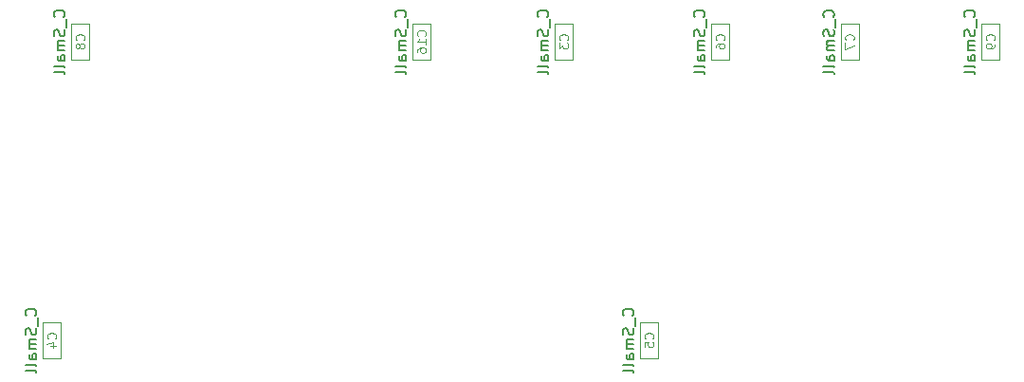
<source format=gbr>
%TF.GenerationSoftware,KiCad,Pcbnew,7.0.10*%
%TF.CreationDate,2024-03-07T11:58:07+00:00*%
%TF.ProjectId,v0a,7630612e-6b69-4636-9164-5f7063625858,rev?*%
%TF.SameCoordinates,Original*%
%TF.FileFunction,AssemblyDrawing,Bot*%
%FSLAX46Y46*%
G04 Gerber Fmt 4.6, Leading zero omitted, Abs format (unit mm)*
G04 Created by KiCad (PCBNEW 7.0.10) date 2024-03-07 11:58:07*
%MOMM*%
%LPD*%
G01*
G04 APERTURE LIST*
%ADD10C,0.150000*%
%ADD11C,0.120000*%
%ADD12C,0.100000*%
G04 APERTURE END LIST*
D10*
X32799580Y-36202023D02*
X32847200Y-36154404D01*
X32847200Y-36154404D02*
X32894819Y-36011547D01*
X32894819Y-36011547D02*
X32894819Y-35916309D01*
X32894819Y-35916309D02*
X32847200Y-35773452D01*
X32847200Y-35773452D02*
X32751961Y-35678214D01*
X32751961Y-35678214D02*
X32656723Y-35630595D01*
X32656723Y-35630595D02*
X32466247Y-35582976D01*
X32466247Y-35582976D02*
X32323390Y-35582976D01*
X32323390Y-35582976D02*
X32132914Y-35630595D01*
X32132914Y-35630595D02*
X32037676Y-35678214D01*
X32037676Y-35678214D02*
X31942438Y-35773452D01*
X31942438Y-35773452D02*
X31894819Y-35916309D01*
X31894819Y-35916309D02*
X31894819Y-36011547D01*
X31894819Y-36011547D02*
X31942438Y-36154404D01*
X31942438Y-36154404D02*
X31990057Y-36202023D01*
X32990057Y-36392500D02*
X32990057Y-37154404D01*
X32847200Y-37344881D02*
X32894819Y-37487738D01*
X32894819Y-37487738D02*
X32894819Y-37725833D01*
X32894819Y-37725833D02*
X32847200Y-37821071D01*
X32847200Y-37821071D02*
X32799580Y-37868690D01*
X32799580Y-37868690D02*
X32704342Y-37916309D01*
X32704342Y-37916309D02*
X32609104Y-37916309D01*
X32609104Y-37916309D02*
X32513866Y-37868690D01*
X32513866Y-37868690D02*
X32466247Y-37821071D01*
X32466247Y-37821071D02*
X32418628Y-37725833D01*
X32418628Y-37725833D02*
X32371009Y-37535357D01*
X32371009Y-37535357D02*
X32323390Y-37440119D01*
X32323390Y-37440119D02*
X32275771Y-37392500D01*
X32275771Y-37392500D02*
X32180533Y-37344881D01*
X32180533Y-37344881D02*
X32085295Y-37344881D01*
X32085295Y-37344881D02*
X31990057Y-37392500D01*
X31990057Y-37392500D02*
X31942438Y-37440119D01*
X31942438Y-37440119D02*
X31894819Y-37535357D01*
X31894819Y-37535357D02*
X31894819Y-37773452D01*
X31894819Y-37773452D02*
X31942438Y-37916309D01*
X32894819Y-38344881D02*
X32228152Y-38344881D01*
X32323390Y-38344881D02*
X32275771Y-38392500D01*
X32275771Y-38392500D02*
X32228152Y-38487738D01*
X32228152Y-38487738D02*
X32228152Y-38630595D01*
X32228152Y-38630595D02*
X32275771Y-38725833D01*
X32275771Y-38725833D02*
X32371009Y-38773452D01*
X32371009Y-38773452D02*
X32894819Y-38773452D01*
X32371009Y-38773452D02*
X32275771Y-38821071D01*
X32275771Y-38821071D02*
X32228152Y-38916309D01*
X32228152Y-38916309D02*
X32228152Y-39059166D01*
X32228152Y-39059166D02*
X32275771Y-39154405D01*
X32275771Y-39154405D02*
X32371009Y-39202024D01*
X32371009Y-39202024D02*
X32894819Y-39202024D01*
X32894819Y-40106785D02*
X32371009Y-40106785D01*
X32371009Y-40106785D02*
X32275771Y-40059166D01*
X32275771Y-40059166D02*
X32228152Y-39963928D01*
X32228152Y-39963928D02*
X32228152Y-39773452D01*
X32228152Y-39773452D02*
X32275771Y-39678214D01*
X32847200Y-40106785D02*
X32894819Y-40011547D01*
X32894819Y-40011547D02*
X32894819Y-39773452D01*
X32894819Y-39773452D02*
X32847200Y-39678214D01*
X32847200Y-39678214D02*
X32751961Y-39630595D01*
X32751961Y-39630595D02*
X32656723Y-39630595D01*
X32656723Y-39630595D02*
X32561485Y-39678214D01*
X32561485Y-39678214D02*
X32513866Y-39773452D01*
X32513866Y-39773452D02*
X32513866Y-40011547D01*
X32513866Y-40011547D02*
X32466247Y-40106785D01*
X32894819Y-40725833D02*
X32847200Y-40630595D01*
X32847200Y-40630595D02*
X32751961Y-40582976D01*
X32751961Y-40582976D02*
X31894819Y-40582976D01*
X32894819Y-41249643D02*
X32847200Y-41154405D01*
X32847200Y-41154405D02*
X32751961Y-41106786D01*
X32751961Y-41106786D02*
X31894819Y-41106786D01*
D11*
X34577664Y-38259167D02*
X34615760Y-38221071D01*
X34615760Y-38221071D02*
X34653855Y-38106786D01*
X34653855Y-38106786D02*
X34653855Y-38030595D01*
X34653855Y-38030595D02*
X34615760Y-37916309D01*
X34615760Y-37916309D02*
X34539569Y-37840119D01*
X34539569Y-37840119D02*
X34463379Y-37802024D01*
X34463379Y-37802024D02*
X34310998Y-37763928D01*
X34310998Y-37763928D02*
X34196712Y-37763928D01*
X34196712Y-37763928D02*
X34044331Y-37802024D01*
X34044331Y-37802024D02*
X33968140Y-37840119D01*
X33968140Y-37840119D02*
X33891950Y-37916309D01*
X33891950Y-37916309D02*
X33853855Y-38030595D01*
X33853855Y-38030595D02*
X33853855Y-38106786D01*
X33853855Y-38106786D02*
X33891950Y-38221071D01*
X33891950Y-38221071D02*
X33930045Y-38259167D01*
X34196712Y-38716309D02*
X34158617Y-38640119D01*
X34158617Y-38640119D02*
X34120521Y-38602024D01*
X34120521Y-38602024D02*
X34044331Y-38563928D01*
X34044331Y-38563928D02*
X34006236Y-38563928D01*
X34006236Y-38563928D02*
X33930045Y-38602024D01*
X33930045Y-38602024D02*
X33891950Y-38640119D01*
X33891950Y-38640119D02*
X33853855Y-38716309D01*
X33853855Y-38716309D02*
X33853855Y-38868690D01*
X33853855Y-38868690D02*
X33891950Y-38944881D01*
X33891950Y-38944881D02*
X33930045Y-38982976D01*
X33930045Y-38982976D02*
X34006236Y-39021071D01*
X34006236Y-39021071D02*
X34044331Y-39021071D01*
X34044331Y-39021071D02*
X34120521Y-38982976D01*
X34120521Y-38982976D02*
X34158617Y-38944881D01*
X34158617Y-38944881D02*
X34196712Y-38868690D01*
X34196712Y-38868690D02*
X34196712Y-38716309D01*
X34196712Y-38716309D02*
X34234807Y-38640119D01*
X34234807Y-38640119D02*
X34272902Y-38602024D01*
X34272902Y-38602024D02*
X34349093Y-38563928D01*
X34349093Y-38563928D02*
X34501474Y-38563928D01*
X34501474Y-38563928D02*
X34577664Y-38602024D01*
X34577664Y-38602024D02*
X34615760Y-38640119D01*
X34615760Y-38640119D02*
X34653855Y-38716309D01*
X34653855Y-38716309D02*
X34653855Y-38868690D01*
X34653855Y-38868690D02*
X34615760Y-38944881D01*
X34615760Y-38944881D02*
X34577664Y-38982976D01*
X34577664Y-38982976D02*
X34501474Y-39021071D01*
X34501474Y-39021071D02*
X34349093Y-39021071D01*
X34349093Y-39021071D02*
X34272902Y-38982976D01*
X34272902Y-38982976D02*
X34234807Y-38944881D01*
X34234807Y-38944881D02*
X34196712Y-38868690D01*
D10*
X75979580Y-36202023D02*
X76027200Y-36154404D01*
X76027200Y-36154404D02*
X76074819Y-36011547D01*
X76074819Y-36011547D02*
X76074819Y-35916309D01*
X76074819Y-35916309D02*
X76027200Y-35773452D01*
X76027200Y-35773452D02*
X75931961Y-35678214D01*
X75931961Y-35678214D02*
X75836723Y-35630595D01*
X75836723Y-35630595D02*
X75646247Y-35582976D01*
X75646247Y-35582976D02*
X75503390Y-35582976D01*
X75503390Y-35582976D02*
X75312914Y-35630595D01*
X75312914Y-35630595D02*
X75217676Y-35678214D01*
X75217676Y-35678214D02*
X75122438Y-35773452D01*
X75122438Y-35773452D02*
X75074819Y-35916309D01*
X75074819Y-35916309D02*
X75074819Y-36011547D01*
X75074819Y-36011547D02*
X75122438Y-36154404D01*
X75122438Y-36154404D02*
X75170057Y-36202023D01*
X76170057Y-36392500D02*
X76170057Y-37154404D01*
X76027200Y-37344881D02*
X76074819Y-37487738D01*
X76074819Y-37487738D02*
X76074819Y-37725833D01*
X76074819Y-37725833D02*
X76027200Y-37821071D01*
X76027200Y-37821071D02*
X75979580Y-37868690D01*
X75979580Y-37868690D02*
X75884342Y-37916309D01*
X75884342Y-37916309D02*
X75789104Y-37916309D01*
X75789104Y-37916309D02*
X75693866Y-37868690D01*
X75693866Y-37868690D02*
X75646247Y-37821071D01*
X75646247Y-37821071D02*
X75598628Y-37725833D01*
X75598628Y-37725833D02*
X75551009Y-37535357D01*
X75551009Y-37535357D02*
X75503390Y-37440119D01*
X75503390Y-37440119D02*
X75455771Y-37392500D01*
X75455771Y-37392500D02*
X75360533Y-37344881D01*
X75360533Y-37344881D02*
X75265295Y-37344881D01*
X75265295Y-37344881D02*
X75170057Y-37392500D01*
X75170057Y-37392500D02*
X75122438Y-37440119D01*
X75122438Y-37440119D02*
X75074819Y-37535357D01*
X75074819Y-37535357D02*
X75074819Y-37773452D01*
X75074819Y-37773452D02*
X75122438Y-37916309D01*
X76074819Y-38344881D02*
X75408152Y-38344881D01*
X75503390Y-38344881D02*
X75455771Y-38392500D01*
X75455771Y-38392500D02*
X75408152Y-38487738D01*
X75408152Y-38487738D02*
X75408152Y-38630595D01*
X75408152Y-38630595D02*
X75455771Y-38725833D01*
X75455771Y-38725833D02*
X75551009Y-38773452D01*
X75551009Y-38773452D02*
X76074819Y-38773452D01*
X75551009Y-38773452D02*
X75455771Y-38821071D01*
X75455771Y-38821071D02*
X75408152Y-38916309D01*
X75408152Y-38916309D02*
X75408152Y-39059166D01*
X75408152Y-39059166D02*
X75455771Y-39154405D01*
X75455771Y-39154405D02*
X75551009Y-39202024D01*
X75551009Y-39202024D02*
X76074819Y-39202024D01*
X76074819Y-40106785D02*
X75551009Y-40106785D01*
X75551009Y-40106785D02*
X75455771Y-40059166D01*
X75455771Y-40059166D02*
X75408152Y-39963928D01*
X75408152Y-39963928D02*
X75408152Y-39773452D01*
X75408152Y-39773452D02*
X75455771Y-39678214D01*
X76027200Y-40106785D02*
X76074819Y-40011547D01*
X76074819Y-40011547D02*
X76074819Y-39773452D01*
X76074819Y-39773452D02*
X76027200Y-39678214D01*
X76027200Y-39678214D02*
X75931961Y-39630595D01*
X75931961Y-39630595D02*
X75836723Y-39630595D01*
X75836723Y-39630595D02*
X75741485Y-39678214D01*
X75741485Y-39678214D02*
X75693866Y-39773452D01*
X75693866Y-39773452D02*
X75693866Y-40011547D01*
X75693866Y-40011547D02*
X75646247Y-40106785D01*
X76074819Y-40725833D02*
X76027200Y-40630595D01*
X76027200Y-40630595D02*
X75931961Y-40582976D01*
X75931961Y-40582976D02*
X75074819Y-40582976D01*
X76074819Y-41249643D02*
X76027200Y-41154405D01*
X76027200Y-41154405D02*
X75931961Y-41106786D01*
X75931961Y-41106786D02*
X75074819Y-41106786D01*
D11*
X77757664Y-38259167D02*
X77795760Y-38221071D01*
X77795760Y-38221071D02*
X77833855Y-38106786D01*
X77833855Y-38106786D02*
X77833855Y-38030595D01*
X77833855Y-38030595D02*
X77795760Y-37916309D01*
X77795760Y-37916309D02*
X77719569Y-37840119D01*
X77719569Y-37840119D02*
X77643379Y-37802024D01*
X77643379Y-37802024D02*
X77490998Y-37763928D01*
X77490998Y-37763928D02*
X77376712Y-37763928D01*
X77376712Y-37763928D02*
X77224331Y-37802024D01*
X77224331Y-37802024D02*
X77148140Y-37840119D01*
X77148140Y-37840119D02*
X77071950Y-37916309D01*
X77071950Y-37916309D02*
X77033855Y-38030595D01*
X77033855Y-38030595D02*
X77033855Y-38106786D01*
X77033855Y-38106786D02*
X77071950Y-38221071D01*
X77071950Y-38221071D02*
X77110045Y-38259167D01*
X77033855Y-38525833D02*
X77033855Y-39021071D01*
X77033855Y-39021071D02*
X77338617Y-38754405D01*
X77338617Y-38754405D02*
X77338617Y-38868690D01*
X77338617Y-38868690D02*
X77376712Y-38944881D01*
X77376712Y-38944881D02*
X77414807Y-38982976D01*
X77414807Y-38982976D02*
X77490998Y-39021071D01*
X77490998Y-39021071D02*
X77681474Y-39021071D01*
X77681474Y-39021071D02*
X77757664Y-38982976D01*
X77757664Y-38982976D02*
X77795760Y-38944881D01*
X77795760Y-38944881D02*
X77833855Y-38868690D01*
X77833855Y-38868690D02*
X77833855Y-38640119D01*
X77833855Y-38640119D02*
X77795760Y-38563928D01*
X77795760Y-38563928D02*
X77757664Y-38525833D01*
D10*
X63279580Y-36202023D02*
X63327200Y-36154404D01*
X63327200Y-36154404D02*
X63374819Y-36011547D01*
X63374819Y-36011547D02*
X63374819Y-35916309D01*
X63374819Y-35916309D02*
X63327200Y-35773452D01*
X63327200Y-35773452D02*
X63231961Y-35678214D01*
X63231961Y-35678214D02*
X63136723Y-35630595D01*
X63136723Y-35630595D02*
X62946247Y-35582976D01*
X62946247Y-35582976D02*
X62803390Y-35582976D01*
X62803390Y-35582976D02*
X62612914Y-35630595D01*
X62612914Y-35630595D02*
X62517676Y-35678214D01*
X62517676Y-35678214D02*
X62422438Y-35773452D01*
X62422438Y-35773452D02*
X62374819Y-35916309D01*
X62374819Y-35916309D02*
X62374819Y-36011547D01*
X62374819Y-36011547D02*
X62422438Y-36154404D01*
X62422438Y-36154404D02*
X62470057Y-36202023D01*
X63470057Y-36392500D02*
X63470057Y-37154404D01*
X63327200Y-37344881D02*
X63374819Y-37487738D01*
X63374819Y-37487738D02*
X63374819Y-37725833D01*
X63374819Y-37725833D02*
X63327200Y-37821071D01*
X63327200Y-37821071D02*
X63279580Y-37868690D01*
X63279580Y-37868690D02*
X63184342Y-37916309D01*
X63184342Y-37916309D02*
X63089104Y-37916309D01*
X63089104Y-37916309D02*
X62993866Y-37868690D01*
X62993866Y-37868690D02*
X62946247Y-37821071D01*
X62946247Y-37821071D02*
X62898628Y-37725833D01*
X62898628Y-37725833D02*
X62851009Y-37535357D01*
X62851009Y-37535357D02*
X62803390Y-37440119D01*
X62803390Y-37440119D02*
X62755771Y-37392500D01*
X62755771Y-37392500D02*
X62660533Y-37344881D01*
X62660533Y-37344881D02*
X62565295Y-37344881D01*
X62565295Y-37344881D02*
X62470057Y-37392500D01*
X62470057Y-37392500D02*
X62422438Y-37440119D01*
X62422438Y-37440119D02*
X62374819Y-37535357D01*
X62374819Y-37535357D02*
X62374819Y-37773452D01*
X62374819Y-37773452D02*
X62422438Y-37916309D01*
X63374819Y-38344881D02*
X62708152Y-38344881D01*
X62803390Y-38344881D02*
X62755771Y-38392500D01*
X62755771Y-38392500D02*
X62708152Y-38487738D01*
X62708152Y-38487738D02*
X62708152Y-38630595D01*
X62708152Y-38630595D02*
X62755771Y-38725833D01*
X62755771Y-38725833D02*
X62851009Y-38773452D01*
X62851009Y-38773452D02*
X63374819Y-38773452D01*
X62851009Y-38773452D02*
X62755771Y-38821071D01*
X62755771Y-38821071D02*
X62708152Y-38916309D01*
X62708152Y-38916309D02*
X62708152Y-39059166D01*
X62708152Y-39059166D02*
X62755771Y-39154405D01*
X62755771Y-39154405D02*
X62851009Y-39202024D01*
X62851009Y-39202024D02*
X63374819Y-39202024D01*
X63374819Y-40106785D02*
X62851009Y-40106785D01*
X62851009Y-40106785D02*
X62755771Y-40059166D01*
X62755771Y-40059166D02*
X62708152Y-39963928D01*
X62708152Y-39963928D02*
X62708152Y-39773452D01*
X62708152Y-39773452D02*
X62755771Y-39678214D01*
X63327200Y-40106785D02*
X63374819Y-40011547D01*
X63374819Y-40011547D02*
X63374819Y-39773452D01*
X63374819Y-39773452D02*
X63327200Y-39678214D01*
X63327200Y-39678214D02*
X63231961Y-39630595D01*
X63231961Y-39630595D02*
X63136723Y-39630595D01*
X63136723Y-39630595D02*
X63041485Y-39678214D01*
X63041485Y-39678214D02*
X62993866Y-39773452D01*
X62993866Y-39773452D02*
X62993866Y-40011547D01*
X62993866Y-40011547D02*
X62946247Y-40106785D01*
X63374819Y-40725833D02*
X63327200Y-40630595D01*
X63327200Y-40630595D02*
X63231961Y-40582976D01*
X63231961Y-40582976D02*
X62374819Y-40582976D01*
X63374819Y-41249643D02*
X63327200Y-41154405D01*
X63327200Y-41154405D02*
X63231961Y-41106786D01*
X63231961Y-41106786D02*
X62374819Y-41106786D01*
D11*
X65057664Y-37878214D02*
X65095760Y-37840118D01*
X65095760Y-37840118D02*
X65133855Y-37725833D01*
X65133855Y-37725833D02*
X65133855Y-37649642D01*
X65133855Y-37649642D02*
X65095760Y-37535356D01*
X65095760Y-37535356D02*
X65019569Y-37459166D01*
X65019569Y-37459166D02*
X64943379Y-37421071D01*
X64943379Y-37421071D02*
X64790998Y-37382975D01*
X64790998Y-37382975D02*
X64676712Y-37382975D01*
X64676712Y-37382975D02*
X64524331Y-37421071D01*
X64524331Y-37421071D02*
X64448140Y-37459166D01*
X64448140Y-37459166D02*
X64371950Y-37535356D01*
X64371950Y-37535356D02*
X64333855Y-37649642D01*
X64333855Y-37649642D02*
X64333855Y-37725833D01*
X64333855Y-37725833D02*
X64371950Y-37840118D01*
X64371950Y-37840118D02*
X64410045Y-37878214D01*
X65133855Y-38640118D02*
X65133855Y-38182975D01*
X65133855Y-38411547D02*
X64333855Y-38411547D01*
X64333855Y-38411547D02*
X64448140Y-38335356D01*
X64448140Y-38335356D02*
X64524331Y-38259166D01*
X64524331Y-38259166D02*
X64562426Y-38182975D01*
X64333855Y-39325833D02*
X64333855Y-39173452D01*
X64333855Y-39173452D02*
X64371950Y-39097261D01*
X64371950Y-39097261D02*
X64410045Y-39059166D01*
X64410045Y-39059166D02*
X64524331Y-38982976D01*
X64524331Y-38982976D02*
X64676712Y-38944880D01*
X64676712Y-38944880D02*
X64981474Y-38944880D01*
X64981474Y-38944880D02*
X65057664Y-38982976D01*
X65057664Y-38982976D02*
X65095760Y-39021071D01*
X65095760Y-39021071D02*
X65133855Y-39097261D01*
X65133855Y-39097261D02*
X65133855Y-39249642D01*
X65133855Y-39249642D02*
X65095760Y-39325833D01*
X65095760Y-39325833D02*
X65057664Y-39363928D01*
X65057664Y-39363928D02*
X64981474Y-39402023D01*
X64981474Y-39402023D02*
X64790998Y-39402023D01*
X64790998Y-39402023D02*
X64714807Y-39363928D01*
X64714807Y-39363928D02*
X64676712Y-39325833D01*
X64676712Y-39325833D02*
X64638617Y-39249642D01*
X64638617Y-39249642D02*
X64638617Y-39097261D01*
X64638617Y-39097261D02*
X64676712Y-39021071D01*
X64676712Y-39021071D02*
X64714807Y-38982976D01*
X64714807Y-38982976D02*
X64790998Y-38944880D01*
D10*
X114079580Y-36202023D02*
X114127200Y-36154404D01*
X114127200Y-36154404D02*
X114174819Y-36011547D01*
X114174819Y-36011547D02*
X114174819Y-35916309D01*
X114174819Y-35916309D02*
X114127200Y-35773452D01*
X114127200Y-35773452D02*
X114031961Y-35678214D01*
X114031961Y-35678214D02*
X113936723Y-35630595D01*
X113936723Y-35630595D02*
X113746247Y-35582976D01*
X113746247Y-35582976D02*
X113603390Y-35582976D01*
X113603390Y-35582976D02*
X113412914Y-35630595D01*
X113412914Y-35630595D02*
X113317676Y-35678214D01*
X113317676Y-35678214D02*
X113222438Y-35773452D01*
X113222438Y-35773452D02*
X113174819Y-35916309D01*
X113174819Y-35916309D02*
X113174819Y-36011547D01*
X113174819Y-36011547D02*
X113222438Y-36154404D01*
X113222438Y-36154404D02*
X113270057Y-36202023D01*
X114270057Y-36392500D02*
X114270057Y-37154404D01*
X114127200Y-37344881D02*
X114174819Y-37487738D01*
X114174819Y-37487738D02*
X114174819Y-37725833D01*
X114174819Y-37725833D02*
X114127200Y-37821071D01*
X114127200Y-37821071D02*
X114079580Y-37868690D01*
X114079580Y-37868690D02*
X113984342Y-37916309D01*
X113984342Y-37916309D02*
X113889104Y-37916309D01*
X113889104Y-37916309D02*
X113793866Y-37868690D01*
X113793866Y-37868690D02*
X113746247Y-37821071D01*
X113746247Y-37821071D02*
X113698628Y-37725833D01*
X113698628Y-37725833D02*
X113651009Y-37535357D01*
X113651009Y-37535357D02*
X113603390Y-37440119D01*
X113603390Y-37440119D02*
X113555771Y-37392500D01*
X113555771Y-37392500D02*
X113460533Y-37344881D01*
X113460533Y-37344881D02*
X113365295Y-37344881D01*
X113365295Y-37344881D02*
X113270057Y-37392500D01*
X113270057Y-37392500D02*
X113222438Y-37440119D01*
X113222438Y-37440119D02*
X113174819Y-37535357D01*
X113174819Y-37535357D02*
X113174819Y-37773452D01*
X113174819Y-37773452D02*
X113222438Y-37916309D01*
X114174819Y-38344881D02*
X113508152Y-38344881D01*
X113603390Y-38344881D02*
X113555771Y-38392500D01*
X113555771Y-38392500D02*
X113508152Y-38487738D01*
X113508152Y-38487738D02*
X113508152Y-38630595D01*
X113508152Y-38630595D02*
X113555771Y-38725833D01*
X113555771Y-38725833D02*
X113651009Y-38773452D01*
X113651009Y-38773452D02*
X114174819Y-38773452D01*
X113651009Y-38773452D02*
X113555771Y-38821071D01*
X113555771Y-38821071D02*
X113508152Y-38916309D01*
X113508152Y-38916309D02*
X113508152Y-39059166D01*
X113508152Y-39059166D02*
X113555771Y-39154405D01*
X113555771Y-39154405D02*
X113651009Y-39202024D01*
X113651009Y-39202024D02*
X114174819Y-39202024D01*
X114174819Y-40106785D02*
X113651009Y-40106785D01*
X113651009Y-40106785D02*
X113555771Y-40059166D01*
X113555771Y-40059166D02*
X113508152Y-39963928D01*
X113508152Y-39963928D02*
X113508152Y-39773452D01*
X113508152Y-39773452D02*
X113555771Y-39678214D01*
X114127200Y-40106785D02*
X114174819Y-40011547D01*
X114174819Y-40011547D02*
X114174819Y-39773452D01*
X114174819Y-39773452D02*
X114127200Y-39678214D01*
X114127200Y-39678214D02*
X114031961Y-39630595D01*
X114031961Y-39630595D02*
X113936723Y-39630595D01*
X113936723Y-39630595D02*
X113841485Y-39678214D01*
X113841485Y-39678214D02*
X113793866Y-39773452D01*
X113793866Y-39773452D02*
X113793866Y-40011547D01*
X113793866Y-40011547D02*
X113746247Y-40106785D01*
X114174819Y-40725833D02*
X114127200Y-40630595D01*
X114127200Y-40630595D02*
X114031961Y-40582976D01*
X114031961Y-40582976D02*
X113174819Y-40582976D01*
X114174819Y-41249643D02*
X114127200Y-41154405D01*
X114127200Y-41154405D02*
X114031961Y-41106786D01*
X114031961Y-41106786D02*
X113174819Y-41106786D01*
D11*
X115857664Y-38259167D02*
X115895760Y-38221071D01*
X115895760Y-38221071D02*
X115933855Y-38106786D01*
X115933855Y-38106786D02*
X115933855Y-38030595D01*
X115933855Y-38030595D02*
X115895760Y-37916309D01*
X115895760Y-37916309D02*
X115819569Y-37840119D01*
X115819569Y-37840119D02*
X115743379Y-37802024D01*
X115743379Y-37802024D02*
X115590998Y-37763928D01*
X115590998Y-37763928D02*
X115476712Y-37763928D01*
X115476712Y-37763928D02*
X115324331Y-37802024D01*
X115324331Y-37802024D02*
X115248140Y-37840119D01*
X115248140Y-37840119D02*
X115171950Y-37916309D01*
X115171950Y-37916309D02*
X115133855Y-38030595D01*
X115133855Y-38030595D02*
X115133855Y-38106786D01*
X115133855Y-38106786D02*
X115171950Y-38221071D01*
X115171950Y-38221071D02*
X115210045Y-38259167D01*
X115933855Y-38640119D02*
X115933855Y-38792500D01*
X115933855Y-38792500D02*
X115895760Y-38868690D01*
X115895760Y-38868690D02*
X115857664Y-38906786D01*
X115857664Y-38906786D02*
X115743379Y-38982976D01*
X115743379Y-38982976D02*
X115590998Y-39021071D01*
X115590998Y-39021071D02*
X115286236Y-39021071D01*
X115286236Y-39021071D02*
X115210045Y-38982976D01*
X115210045Y-38982976D02*
X115171950Y-38944881D01*
X115171950Y-38944881D02*
X115133855Y-38868690D01*
X115133855Y-38868690D02*
X115133855Y-38716309D01*
X115133855Y-38716309D02*
X115171950Y-38640119D01*
X115171950Y-38640119D02*
X115210045Y-38602024D01*
X115210045Y-38602024D02*
X115286236Y-38563928D01*
X115286236Y-38563928D02*
X115476712Y-38563928D01*
X115476712Y-38563928D02*
X115552902Y-38602024D01*
X115552902Y-38602024D02*
X115590998Y-38640119D01*
X115590998Y-38640119D02*
X115629093Y-38716309D01*
X115629093Y-38716309D02*
X115629093Y-38868690D01*
X115629093Y-38868690D02*
X115590998Y-38944881D01*
X115590998Y-38944881D02*
X115552902Y-38982976D01*
X115552902Y-38982976D02*
X115476712Y-39021071D01*
D10*
X89949580Y-36202023D02*
X89997200Y-36154404D01*
X89997200Y-36154404D02*
X90044819Y-36011547D01*
X90044819Y-36011547D02*
X90044819Y-35916309D01*
X90044819Y-35916309D02*
X89997200Y-35773452D01*
X89997200Y-35773452D02*
X89901961Y-35678214D01*
X89901961Y-35678214D02*
X89806723Y-35630595D01*
X89806723Y-35630595D02*
X89616247Y-35582976D01*
X89616247Y-35582976D02*
X89473390Y-35582976D01*
X89473390Y-35582976D02*
X89282914Y-35630595D01*
X89282914Y-35630595D02*
X89187676Y-35678214D01*
X89187676Y-35678214D02*
X89092438Y-35773452D01*
X89092438Y-35773452D02*
X89044819Y-35916309D01*
X89044819Y-35916309D02*
X89044819Y-36011547D01*
X89044819Y-36011547D02*
X89092438Y-36154404D01*
X89092438Y-36154404D02*
X89140057Y-36202023D01*
X90140057Y-36392500D02*
X90140057Y-37154404D01*
X89997200Y-37344881D02*
X90044819Y-37487738D01*
X90044819Y-37487738D02*
X90044819Y-37725833D01*
X90044819Y-37725833D02*
X89997200Y-37821071D01*
X89997200Y-37821071D02*
X89949580Y-37868690D01*
X89949580Y-37868690D02*
X89854342Y-37916309D01*
X89854342Y-37916309D02*
X89759104Y-37916309D01*
X89759104Y-37916309D02*
X89663866Y-37868690D01*
X89663866Y-37868690D02*
X89616247Y-37821071D01*
X89616247Y-37821071D02*
X89568628Y-37725833D01*
X89568628Y-37725833D02*
X89521009Y-37535357D01*
X89521009Y-37535357D02*
X89473390Y-37440119D01*
X89473390Y-37440119D02*
X89425771Y-37392500D01*
X89425771Y-37392500D02*
X89330533Y-37344881D01*
X89330533Y-37344881D02*
X89235295Y-37344881D01*
X89235295Y-37344881D02*
X89140057Y-37392500D01*
X89140057Y-37392500D02*
X89092438Y-37440119D01*
X89092438Y-37440119D02*
X89044819Y-37535357D01*
X89044819Y-37535357D02*
X89044819Y-37773452D01*
X89044819Y-37773452D02*
X89092438Y-37916309D01*
X90044819Y-38344881D02*
X89378152Y-38344881D01*
X89473390Y-38344881D02*
X89425771Y-38392500D01*
X89425771Y-38392500D02*
X89378152Y-38487738D01*
X89378152Y-38487738D02*
X89378152Y-38630595D01*
X89378152Y-38630595D02*
X89425771Y-38725833D01*
X89425771Y-38725833D02*
X89521009Y-38773452D01*
X89521009Y-38773452D02*
X90044819Y-38773452D01*
X89521009Y-38773452D02*
X89425771Y-38821071D01*
X89425771Y-38821071D02*
X89378152Y-38916309D01*
X89378152Y-38916309D02*
X89378152Y-39059166D01*
X89378152Y-39059166D02*
X89425771Y-39154405D01*
X89425771Y-39154405D02*
X89521009Y-39202024D01*
X89521009Y-39202024D02*
X90044819Y-39202024D01*
X90044819Y-40106785D02*
X89521009Y-40106785D01*
X89521009Y-40106785D02*
X89425771Y-40059166D01*
X89425771Y-40059166D02*
X89378152Y-39963928D01*
X89378152Y-39963928D02*
X89378152Y-39773452D01*
X89378152Y-39773452D02*
X89425771Y-39678214D01*
X89997200Y-40106785D02*
X90044819Y-40011547D01*
X90044819Y-40011547D02*
X90044819Y-39773452D01*
X90044819Y-39773452D02*
X89997200Y-39678214D01*
X89997200Y-39678214D02*
X89901961Y-39630595D01*
X89901961Y-39630595D02*
X89806723Y-39630595D01*
X89806723Y-39630595D02*
X89711485Y-39678214D01*
X89711485Y-39678214D02*
X89663866Y-39773452D01*
X89663866Y-39773452D02*
X89663866Y-40011547D01*
X89663866Y-40011547D02*
X89616247Y-40106785D01*
X90044819Y-40725833D02*
X89997200Y-40630595D01*
X89997200Y-40630595D02*
X89901961Y-40582976D01*
X89901961Y-40582976D02*
X89044819Y-40582976D01*
X90044819Y-41249643D02*
X89997200Y-41154405D01*
X89997200Y-41154405D02*
X89901961Y-41106786D01*
X89901961Y-41106786D02*
X89044819Y-41106786D01*
D11*
X91727664Y-38259167D02*
X91765760Y-38221071D01*
X91765760Y-38221071D02*
X91803855Y-38106786D01*
X91803855Y-38106786D02*
X91803855Y-38030595D01*
X91803855Y-38030595D02*
X91765760Y-37916309D01*
X91765760Y-37916309D02*
X91689569Y-37840119D01*
X91689569Y-37840119D02*
X91613379Y-37802024D01*
X91613379Y-37802024D02*
X91460998Y-37763928D01*
X91460998Y-37763928D02*
X91346712Y-37763928D01*
X91346712Y-37763928D02*
X91194331Y-37802024D01*
X91194331Y-37802024D02*
X91118140Y-37840119D01*
X91118140Y-37840119D02*
X91041950Y-37916309D01*
X91041950Y-37916309D02*
X91003855Y-38030595D01*
X91003855Y-38030595D02*
X91003855Y-38106786D01*
X91003855Y-38106786D02*
X91041950Y-38221071D01*
X91041950Y-38221071D02*
X91080045Y-38259167D01*
X91003855Y-38944881D02*
X91003855Y-38792500D01*
X91003855Y-38792500D02*
X91041950Y-38716309D01*
X91041950Y-38716309D02*
X91080045Y-38678214D01*
X91080045Y-38678214D02*
X91194331Y-38602024D01*
X91194331Y-38602024D02*
X91346712Y-38563928D01*
X91346712Y-38563928D02*
X91651474Y-38563928D01*
X91651474Y-38563928D02*
X91727664Y-38602024D01*
X91727664Y-38602024D02*
X91765760Y-38640119D01*
X91765760Y-38640119D02*
X91803855Y-38716309D01*
X91803855Y-38716309D02*
X91803855Y-38868690D01*
X91803855Y-38868690D02*
X91765760Y-38944881D01*
X91765760Y-38944881D02*
X91727664Y-38982976D01*
X91727664Y-38982976D02*
X91651474Y-39021071D01*
X91651474Y-39021071D02*
X91460998Y-39021071D01*
X91460998Y-39021071D02*
X91384807Y-38982976D01*
X91384807Y-38982976D02*
X91346712Y-38944881D01*
X91346712Y-38944881D02*
X91308617Y-38868690D01*
X91308617Y-38868690D02*
X91308617Y-38716309D01*
X91308617Y-38716309D02*
X91346712Y-38640119D01*
X91346712Y-38640119D02*
X91384807Y-38602024D01*
X91384807Y-38602024D02*
X91460998Y-38563928D01*
D10*
X83599580Y-62872023D02*
X83647200Y-62824404D01*
X83647200Y-62824404D02*
X83694819Y-62681547D01*
X83694819Y-62681547D02*
X83694819Y-62586309D01*
X83694819Y-62586309D02*
X83647200Y-62443452D01*
X83647200Y-62443452D02*
X83551961Y-62348214D01*
X83551961Y-62348214D02*
X83456723Y-62300595D01*
X83456723Y-62300595D02*
X83266247Y-62252976D01*
X83266247Y-62252976D02*
X83123390Y-62252976D01*
X83123390Y-62252976D02*
X82932914Y-62300595D01*
X82932914Y-62300595D02*
X82837676Y-62348214D01*
X82837676Y-62348214D02*
X82742438Y-62443452D01*
X82742438Y-62443452D02*
X82694819Y-62586309D01*
X82694819Y-62586309D02*
X82694819Y-62681547D01*
X82694819Y-62681547D02*
X82742438Y-62824404D01*
X82742438Y-62824404D02*
X82790057Y-62872023D01*
X83790057Y-63062500D02*
X83790057Y-63824404D01*
X83647200Y-64014881D02*
X83694819Y-64157738D01*
X83694819Y-64157738D02*
X83694819Y-64395833D01*
X83694819Y-64395833D02*
X83647200Y-64491071D01*
X83647200Y-64491071D02*
X83599580Y-64538690D01*
X83599580Y-64538690D02*
X83504342Y-64586309D01*
X83504342Y-64586309D02*
X83409104Y-64586309D01*
X83409104Y-64586309D02*
X83313866Y-64538690D01*
X83313866Y-64538690D02*
X83266247Y-64491071D01*
X83266247Y-64491071D02*
X83218628Y-64395833D01*
X83218628Y-64395833D02*
X83171009Y-64205357D01*
X83171009Y-64205357D02*
X83123390Y-64110119D01*
X83123390Y-64110119D02*
X83075771Y-64062500D01*
X83075771Y-64062500D02*
X82980533Y-64014881D01*
X82980533Y-64014881D02*
X82885295Y-64014881D01*
X82885295Y-64014881D02*
X82790057Y-64062500D01*
X82790057Y-64062500D02*
X82742438Y-64110119D01*
X82742438Y-64110119D02*
X82694819Y-64205357D01*
X82694819Y-64205357D02*
X82694819Y-64443452D01*
X82694819Y-64443452D02*
X82742438Y-64586309D01*
X83694819Y-65014881D02*
X83028152Y-65014881D01*
X83123390Y-65014881D02*
X83075771Y-65062500D01*
X83075771Y-65062500D02*
X83028152Y-65157738D01*
X83028152Y-65157738D02*
X83028152Y-65300595D01*
X83028152Y-65300595D02*
X83075771Y-65395833D01*
X83075771Y-65395833D02*
X83171009Y-65443452D01*
X83171009Y-65443452D02*
X83694819Y-65443452D01*
X83171009Y-65443452D02*
X83075771Y-65491071D01*
X83075771Y-65491071D02*
X83028152Y-65586309D01*
X83028152Y-65586309D02*
X83028152Y-65729166D01*
X83028152Y-65729166D02*
X83075771Y-65824405D01*
X83075771Y-65824405D02*
X83171009Y-65872024D01*
X83171009Y-65872024D02*
X83694819Y-65872024D01*
X83694819Y-66776785D02*
X83171009Y-66776785D01*
X83171009Y-66776785D02*
X83075771Y-66729166D01*
X83075771Y-66729166D02*
X83028152Y-66633928D01*
X83028152Y-66633928D02*
X83028152Y-66443452D01*
X83028152Y-66443452D02*
X83075771Y-66348214D01*
X83647200Y-66776785D02*
X83694819Y-66681547D01*
X83694819Y-66681547D02*
X83694819Y-66443452D01*
X83694819Y-66443452D02*
X83647200Y-66348214D01*
X83647200Y-66348214D02*
X83551961Y-66300595D01*
X83551961Y-66300595D02*
X83456723Y-66300595D01*
X83456723Y-66300595D02*
X83361485Y-66348214D01*
X83361485Y-66348214D02*
X83313866Y-66443452D01*
X83313866Y-66443452D02*
X83313866Y-66681547D01*
X83313866Y-66681547D02*
X83266247Y-66776785D01*
X83694819Y-67395833D02*
X83647200Y-67300595D01*
X83647200Y-67300595D02*
X83551961Y-67252976D01*
X83551961Y-67252976D02*
X82694819Y-67252976D01*
X83694819Y-67919643D02*
X83647200Y-67824405D01*
X83647200Y-67824405D02*
X83551961Y-67776786D01*
X83551961Y-67776786D02*
X82694819Y-67776786D01*
D11*
X85377664Y-64929167D02*
X85415760Y-64891071D01*
X85415760Y-64891071D02*
X85453855Y-64776786D01*
X85453855Y-64776786D02*
X85453855Y-64700595D01*
X85453855Y-64700595D02*
X85415760Y-64586309D01*
X85415760Y-64586309D02*
X85339569Y-64510119D01*
X85339569Y-64510119D02*
X85263379Y-64472024D01*
X85263379Y-64472024D02*
X85110998Y-64433928D01*
X85110998Y-64433928D02*
X84996712Y-64433928D01*
X84996712Y-64433928D02*
X84844331Y-64472024D01*
X84844331Y-64472024D02*
X84768140Y-64510119D01*
X84768140Y-64510119D02*
X84691950Y-64586309D01*
X84691950Y-64586309D02*
X84653855Y-64700595D01*
X84653855Y-64700595D02*
X84653855Y-64776786D01*
X84653855Y-64776786D02*
X84691950Y-64891071D01*
X84691950Y-64891071D02*
X84730045Y-64929167D01*
X84653855Y-65652976D02*
X84653855Y-65272024D01*
X84653855Y-65272024D02*
X85034807Y-65233928D01*
X85034807Y-65233928D02*
X84996712Y-65272024D01*
X84996712Y-65272024D02*
X84958617Y-65348214D01*
X84958617Y-65348214D02*
X84958617Y-65538690D01*
X84958617Y-65538690D02*
X84996712Y-65614881D01*
X84996712Y-65614881D02*
X85034807Y-65652976D01*
X85034807Y-65652976D02*
X85110998Y-65691071D01*
X85110998Y-65691071D02*
X85301474Y-65691071D01*
X85301474Y-65691071D02*
X85377664Y-65652976D01*
X85377664Y-65652976D02*
X85415760Y-65614881D01*
X85415760Y-65614881D02*
X85453855Y-65538690D01*
X85453855Y-65538690D02*
X85453855Y-65348214D01*
X85453855Y-65348214D02*
X85415760Y-65272024D01*
X85415760Y-65272024D02*
X85377664Y-65233928D01*
D10*
X30259580Y-62872023D02*
X30307200Y-62824404D01*
X30307200Y-62824404D02*
X30354819Y-62681547D01*
X30354819Y-62681547D02*
X30354819Y-62586309D01*
X30354819Y-62586309D02*
X30307200Y-62443452D01*
X30307200Y-62443452D02*
X30211961Y-62348214D01*
X30211961Y-62348214D02*
X30116723Y-62300595D01*
X30116723Y-62300595D02*
X29926247Y-62252976D01*
X29926247Y-62252976D02*
X29783390Y-62252976D01*
X29783390Y-62252976D02*
X29592914Y-62300595D01*
X29592914Y-62300595D02*
X29497676Y-62348214D01*
X29497676Y-62348214D02*
X29402438Y-62443452D01*
X29402438Y-62443452D02*
X29354819Y-62586309D01*
X29354819Y-62586309D02*
X29354819Y-62681547D01*
X29354819Y-62681547D02*
X29402438Y-62824404D01*
X29402438Y-62824404D02*
X29450057Y-62872023D01*
X30450057Y-63062500D02*
X30450057Y-63824404D01*
X30307200Y-64014881D02*
X30354819Y-64157738D01*
X30354819Y-64157738D02*
X30354819Y-64395833D01*
X30354819Y-64395833D02*
X30307200Y-64491071D01*
X30307200Y-64491071D02*
X30259580Y-64538690D01*
X30259580Y-64538690D02*
X30164342Y-64586309D01*
X30164342Y-64586309D02*
X30069104Y-64586309D01*
X30069104Y-64586309D02*
X29973866Y-64538690D01*
X29973866Y-64538690D02*
X29926247Y-64491071D01*
X29926247Y-64491071D02*
X29878628Y-64395833D01*
X29878628Y-64395833D02*
X29831009Y-64205357D01*
X29831009Y-64205357D02*
X29783390Y-64110119D01*
X29783390Y-64110119D02*
X29735771Y-64062500D01*
X29735771Y-64062500D02*
X29640533Y-64014881D01*
X29640533Y-64014881D02*
X29545295Y-64014881D01*
X29545295Y-64014881D02*
X29450057Y-64062500D01*
X29450057Y-64062500D02*
X29402438Y-64110119D01*
X29402438Y-64110119D02*
X29354819Y-64205357D01*
X29354819Y-64205357D02*
X29354819Y-64443452D01*
X29354819Y-64443452D02*
X29402438Y-64586309D01*
X30354819Y-65014881D02*
X29688152Y-65014881D01*
X29783390Y-65014881D02*
X29735771Y-65062500D01*
X29735771Y-65062500D02*
X29688152Y-65157738D01*
X29688152Y-65157738D02*
X29688152Y-65300595D01*
X29688152Y-65300595D02*
X29735771Y-65395833D01*
X29735771Y-65395833D02*
X29831009Y-65443452D01*
X29831009Y-65443452D02*
X30354819Y-65443452D01*
X29831009Y-65443452D02*
X29735771Y-65491071D01*
X29735771Y-65491071D02*
X29688152Y-65586309D01*
X29688152Y-65586309D02*
X29688152Y-65729166D01*
X29688152Y-65729166D02*
X29735771Y-65824405D01*
X29735771Y-65824405D02*
X29831009Y-65872024D01*
X29831009Y-65872024D02*
X30354819Y-65872024D01*
X30354819Y-66776785D02*
X29831009Y-66776785D01*
X29831009Y-66776785D02*
X29735771Y-66729166D01*
X29735771Y-66729166D02*
X29688152Y-66633928D01*
X29688152Y-66633928D02*
X29688152Y-66443452D01*
X29688152Y-66443452D02*
X29735771Y-66348214D01*
X30307200Y-66776785D02*
X30354819Y-66681547D01*
X30354819Y-66681547D02*
X30354819Y-66443452D01*
X30354819Y-66443452D02*
X30307200Y-66348214D01*
X30307200Y-66348214D02*
X30211961Y-66300595D01*
X30211961Y-66300595D02*
X30116723Y-66300595D01*
X30116723Y-66300595D02*
X30021485Y-66348214D01*
X30021485Y-66348214D02*
X29973866Y-66443452D01*
X29973866Y-66443452D02*
X29973866Y-66681547D01*
X29973866Y-66681547D02*
X29926247Y-66776785D01*
X30354819Y-67395833D02*
X30307200Y-67300595D01*
X30307200Y-67300595D02*
X30211961Y-67252976D01*
X30211961Y-67252976D02*
X29354819Y-67252976D01*
X30354819Y-67919643D02*
X30307200Y-67824405D01*
X30307200Y-67824405D02*
X30211961Y-67776786D01*
X30211961Y-67776786D02*
X29354819Y-67776786D01*
D11*
X32037664Y-64929167D02*
X32075760Y-64891071D01*
X32075760Y-64891071D02*
X32113855Y-64776786D01*
X32113855Y-64776786D02*
X32113855Y-64700595D01*
X32113855Y-64700595D02*
X32075760Y-64586309D01*
X32075760Y-64586309D02*
X31999569Y-64510119D01*
X31999569Y-64510119D02*
X31923379Y-64472024D01*
X31923379Y-64472024D02*
X31770998Y-64433928D01*
X31770998Y-64433928D02*
X31656712Y-64433928D01*
X31656712Y-64433928D02*
X31504331Y-64472024D01*
X31504331Y-64472024D02*
X31428140Y-64510119D01*
X31428140Y-64510119D02*
X31351950Y-64586309D01*
X31351950Y-64586309D02*
X31313855Y-64700595D01*
X31313855Y-64700595D02*
X31313855Y-64776786D01*
X31313855Y-64776786D02*
X31351950Y-64891071D01*
X31351950Y-64891071D02*
X31390045Y-64929167D01*
X31580521Y-65614881D02*
X32113855Y-65614881D01*
X31275760Y-65424405D02*
X31847188Y-65233928D01*
X31847188Y-65233928D02*
X31847188Y-65729167D01*
D10*
X101509580Y-36202023D02*
X101557200Y-36154404D01*
X101557200Y-36154404D02*
X101604819Y-36011547D01*
X101604819Y-36011547D02*
X101604819Y-35916309D01*
X101604819Y-35916309D02*
X101557200Y-35773452D01*
X101557200Y-35773452D02*
X101461961Y-35678214D01*
X101461961Y-35678214D02*
X101366723Y-35630595D01*
X101366723Y-35630595D02*
X101176247Y-35582976D01*
X101176247Y-35582976D02*
X101033390Y-35582976D01*
X101033390Y-35582976D02*
X100842914Y-35630595D01*
X100842914Y-35630595D02*
X100747676Y-35678214D01*
X100747676Y-35678214D02*
X100652438Y-35773452D01*
X100652438Y-35773452D02*
X100604819Y-35916309D01*
X100604819Y-35916309D02*
X100604819Y-36011547D01*
X100604819Y-36011547D02*
X100652438Y-36154404D01*
X100652438Y-36154404D02*
X100700057Y-36202023D01*
X101700057Y-36392500D02*
X101700057Y-37154404D01*
X101557200Y-37344881D02*
X101604819Y-37487738D01*
X101604819Y-37487738D02*
X101604819Y-37725833D01*
X101604819Y-37725833D02*
X101557200Y-37821071D01*
X101557200Y-37821071D02*
X101509580Y-37868690D01*
X101509580Y-37868690D02*
X101414342Y-37916309D01*
X101414342Y-37916309D02*
X101319104Y-37916309D01*
X101319104Y-37916309D02*
X101223866Y-37868690D01*
X101223866Y-37868690D02*
X101176247Y-37821071D01*
X101176247Y-37821071D02*
X101128628Y-37725833D01*
X101128628Y-37725833D02*
X101081009Y-37535357D01*
X101081009Y-37535357D02*
X101033390Y-37440119D01*
X101033390Y-37440119D02*
X100985771Y-37392500D01*
X100985771Y-37392500D02*
X100890533Y-37344881D01*
X100890533Y-37344881D02*
X100795295Y-37344881D01*
X100795295Y-37344881D02*
X100700057Y-37392500D01*
X100700057Y-37392500D02*
X100652438Y-37440119D01*
X100652438Y-37440119D02*
X100604819Y-37535357D01*
X100604819Y-37535357D02*
X100604819Y-37773452D01*
X100604819Y-37773452D02*
X100652438Y-37916309D01*
X101604819Y-38344881D02*
X100938152Y-38344881D01*
X101033390Y-38344881D02*
X100985771Y-38392500D01*
X100985771Y-38392500D02*
X100938152Y-38487738D01*
X100938152Y-38487738D02*
X100938152Y-38630595D01*
X100938152Y-38630595D02*
X100985771Y-38725833D01*
X100985771Y-38725833D02*
X101081009Y-38773452D01*
X101081009Y-38773452D02*
X101604819Y-38773452D01*
X101081009Y-38773452D02*
X100985771Y-38821071D01*
X100985771Y-38821071D02*
X100938152Y-38916309D01*
X100938152Y-38916309D02*
X100938152Y-39059166D01*
X100938152Y-39059166D02*
X100985771Y-39154405D01*
X100985771Y-39154405D02*
X101081009Y-39202024D01*
X101081009Y-39202024D02*
X101604819Y-39202024D01*
X101604819Y-40106785D02*
X101081009Y-40106785D01*
X101081009Y-40106785D02*
X100985771Y-40059166D01*
X100985771Y-40059166D02*
X100938152Y-39963928D01*
X100938152Y-39963928D02*
X100938152Y-39773452D01*
X100938152Y-39773452D02*
X100985771Y-39678214D01*
X101557200Y-40106785D02*
X101604819Y-40011547D01*
X101604819Y-40011547D02*
X101604819Y-39773452D01*
X101604819Y-39773452D02*
X101557200Y-39678214D01*
X101557200Y-39678214D02*
X101461961Y-39630595D01*
X101461961Y-39630595D02*
X101366723Y-39630595D01*
X101366723Y-39630595D02*
X101271485Y-39678214D01*
X101271485Y-39678214D02*
X101223866Y-39773452D01*
X101223866Y-39773452D02*
X101223866Y-40011547D01*
X101223866Y-40011547D02*
X101176247Y-40106785D01*
X101604819Y-40725833D02*
X101557200Y-40630595D01*
X101557200Y-40630595D02*
X101461961Y-40582976D01*
X101461961Y-40582976D02*
X100604819Y-40582976D01*
X101604819Y-41249643D02*
X101557200Y-41154405D01*
X101557200Y-41154405D02*
X101461961Y-41106786D01*
X101461961Y-41106786D02*
X100604819Y-41106786D01*
D11*
X103287664Y-38259167D02*
X103325760Y-38221071D01*
X103325760Y-38221071D02*
X103363855Y-38106786D01*
X103363855Y-38106786D02*
X103363855Y-38030595D01*
X103363855Y-38030595D02*
X103325760Y-37916309D01*
X103325760Y-37916309D02*
X103249569Y-37840119D01*
X103249569Y-37840119D02*
X103173379Y-37802024D01*
X103173379Y-37802024D02*
X103020998Y-37763928D01*
X103020998Y-37763928D02*
X102906712Y-37763928D01*
X102906712Y-37763928D02*
X102754331Y-37802024D01*
X102754331Y-37802024D02*
X102678140Y-37840119D01*
X102678140Y-37840119D02*
X102601950Y-37916309D01*
X102601950Y-37916309D02*
X102563855Y-38030595D01*
X102563855Y-38030595D02*
X102563855Y-38106786D01*
X102563855Y-38106786D02*
X102601950Y-38221071D01*
X102601950Y-38221071D02*
X102640045Y-38259167D01*
X102563855Y-38525833D02*
X102563855Y-39059167D01*
X102563855Y-39059167D02*
X103363855Y-38716309D01*
D12*
%TO.C,C8*%
X33490000Y-39992500D02*
X35090000Y-39992500D01*
X35090000Y-39992500D02*
X35090000Y-36792500D01*
X33490000Y-36792500D02*
X33490000Y-39992500D01*
X35090000Y-36792500D02*
X33490000Y-36792500D01*
%TO.C,C3*%
X76670000Y-39992500D02*
X78270000Y-39992500D01*
X78270000Y-39992500D02*
X78270000Y-36792500D01*
X76670000Y-36792500D02*
X76670000Y-39992500D01*
X78270000Y-36792500D02*
X76670000Y-36792500D01*
%TO.C,C16*%
X63970000Y-39992500D02*
X65570000Y-39992500D01*
X65570000Y-39992500D02*
X65570000Y-36792500D01*
X63970000Y-36792500D02*
X63970000Y-39992500D01*
X65570000Y-36792500D02*
X63970000Y-36792500D01*
%TO.C,C9*%
X114770000Y-39992500D02*
X116370000Y-39992500D01*
X116370000Y-39992500D02*
X116370000Y-36792500D01*
X114770000Y-36792500D02*
X114770000Y-39992500D01*
X116370000Y-36792500D02*
X114770000Y-36792500D01*
%TO.C,C6*%
X90640000Y-39992500D02*
X92240000Y-39992500D01*
X92240000Y-39992500D02*
X92240000Y-36792500D01*
X90640000Y-36792500D02*
X90640000Y-39992500D01*
X92240000Y-36792500D02*
X90640000Y-36792500D01*
%TO.C,C5*%
X84290000Y-66662500D02*
X85890000Y-66662500D01*
X85890000Y-66662500D02*
X85890000Y-63462500D01*
X84290000Y-63462500D02*
X84290000Y-66662500D01*
X85890000Y-63462500D02*
X84290000Y-63462500D01*
%TO.C,C4*%
X30950000Y-66662500D02*
X32550000Y-66662500D01*
X32550000Y-66662500D02*
X32550000Y-63462500D01*
X30950000Y-63462500D02*
X30950000Y-66662500D01*
X32550000Y-63462500D02*
X30950000Y-63462500D01*
%TO.C,C7*%
X102200000Y-39992500D02*
X103800000Y-39992500D01*
X103800000Y-39992500D02*
X103800000Y-36792500D01*
X102200000Y-36792500D02*
X102200000Y-39992500D01*
X103800000Y-36792500D02*
X102200000Y-36792500D01*
%TD*%
M02*

</source>
